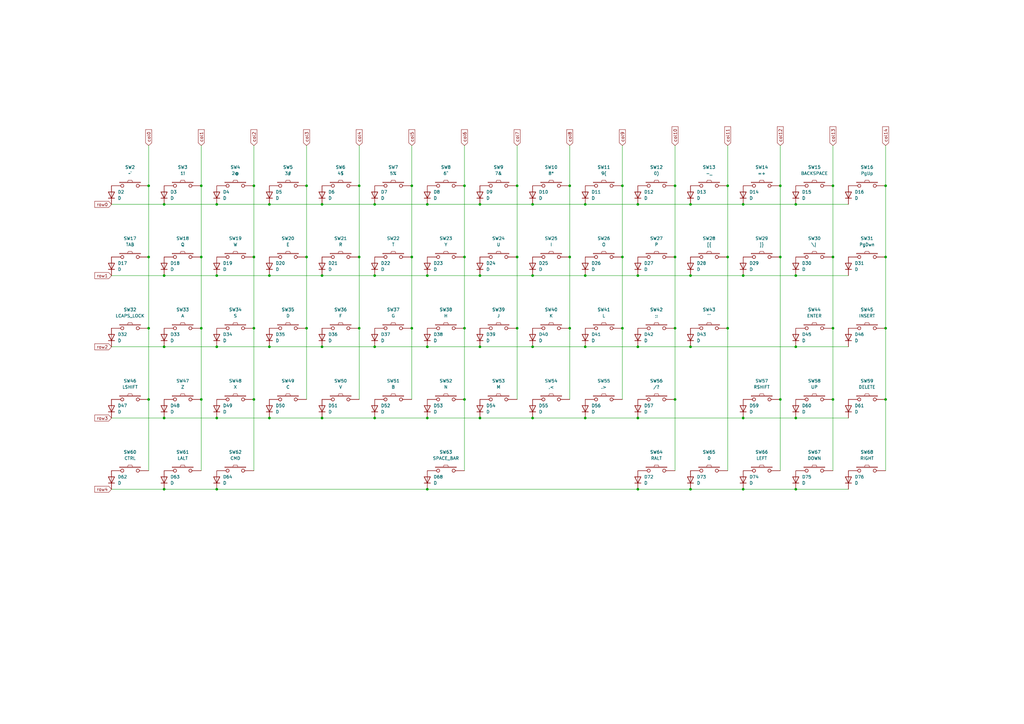
<source format=kicad_sch>
(kicad_sch (version 20250114) (generator "eeschema") (generator_version "9.0")
  (paper "A3")
  (lib_symbols
    (symbol "Device:D" (pin_numbers (hide yes)) (pin_names (offset 1.016) (hide yes))
      (property "Reference" "D" (at 0 2.54 0))
      (property "Value" "D" (at 0 -2.54 0))
      (symbol "D_1_1"
        (pin passive line (at -3.81 0 0) (length 2.54) (name "K") (number "1"))
        (pin passive line (at 3.81 0 180) (length 2.54) (name "A") (number "2"))
      )
    )
    (symbol "keyboard_parts:SW_PUSH" (pin_numbers (hide yes)) (pin_names (offset 1.016) (hide yes))
      (property "Reference" "SW" (at 3.81 2.794 0))
      (property "Value" "SW_PUSH" (at 0 -2.032 0))
      (symbol "SW_PUSH_0_1"
        (pin passive inverted (at -7.62 0 0) (length 5.08) (name "1") (number "1"))
        (pin passive inverted (at 7.62 0 180) (length 5.08) (name "2") (number "2"))
      )
    )
  )
  (junction (at 175.26 171.45))
  (junction (at 341.63 163.83))
  (junction (at 132.08 171.45))
  (junction (at 82.55 76.2))
  (junction (at 153.67 83.82))
  (junction (at 255.27 76.2))
  (junction (at 147.32 134.62))
  (junction (at 132.08 113.03))
  (junction (at 67.31 200.66))
  (junction (at 326.39 171.45))
  (junction (at 125.73 134.62))
  (junction (at 196.85 171.45))
  (junction (at 190.5 163.83))
  (junction (at 298.45 105.41))
  (junction (at 363.22 105.41))
  (junction (at 147.32 76.2))
  (junction (at 190.5 134.62))
  (junction (at 168.91 105.41))
  (junction (at 196.85 83.82))
  (junction (at 67.31 142.24))
  (junction (at 233.68 134.62))
  (junction (at 153.67 113.03))
  (junction (at 175.26 113.03))
  (junction (at 212.09 105.41))
  (junction (at 196.85 113.03))
  (junction (at 261.62 142.24))
  (junction (at 276.86 163.83))
  (junction (at 88.9 83.82))
  (junction (at 132.08 83.82))
  (junction (at 218.44 83.82))
  (junction (at 60.96 163.83))
  (junction (at 240.03 142.24))
  (junction (at 104.14 76.2))
  (junction (at 363.22 163.83))
  (junction (at 104.14 134.62))
  (junction (at 67.31 171.45))
  (junction (at 283.21 113.03))
  (junction (at 60.96 76.2))
  (junction (at 218.44 171.45))
  (junction (at 104.14 163.83))
  (junction (at 153.67 142.24))
  (junction (at 168.91 134.62))
  (junction (at 261.62 83.82))
  (junction (at 88.9 142.24))
  (junction (at 125.73 76.2))
  (junction (at 304.8 83.82))
  (junction (at 168.91 76.2))
  (junction (at 147.32 105.41))
  (junction (at 320.04 76.2))
  (junction (at 363.22 134.62))
  (junction (at 304.8 200.66))
  (junction (at 212.09 76.2))
  (junction (at 283.21 83.82))
  (junction (at 255.27 105.41))
  (junction (at 276.86 134.62))
  (junction (at 190.5 76.2))
  (junction (at 320.04 105.41))
  (junction (at 110.49 142.24))
  (junction (at 82.55 163.83))
  (junction (at 175.26 83.82))
  (junction (at 326.39 142.24))
  (junction (at 125.73 105.41))
  (junction (at 320.04 163.83))
  (junction (at 341.63 76.2))
  (junction (at 175.26 200.66))
  (junction (at 132.08 142.24))
  (junction (at 104.14 105.41))
  (junction (at 261.62 171.45))
  (junction (at 88.9 113.03))
  (junction (at 67.31 113.03))
  (junction (at 326.39 200.66))
  (junction (at 60.96 105.41))
  (junction (at 261.62 200.66))
  (junction (at 341.63 134.62))
  (junction (at 298.45 134.62))
  (junction (at 240.03 171.45))
  (junction (at 240.03 113.03))
  (junction (at 276.86 105.41))
  (junction (at 88.9 200.66))
  (junction (at 212.09 134.62))
  (junction (at 255.27 134.62))
  (junction (at 175.26 142.24))
  (junction (at 218.44 113.03))
  (junction (at 233.68 76.2))
  (junction (at 110.49 83.82))
  (junction (at 326.39 83.82))
  (junction (at 283.21 142.24))
  (junction (at 153.67 171.45))
  (junction (at 82.55 105.41))
  (junction (at 283.21 200.66))
  (junction (at 233.68 105.41))
  (junction (at 196.85 142.24))
  (junction (at 298.45 76.2))
  (junction (at 67.31 83.82))
  (junction (at 304.8 171.45))
  (junction (at 190.5 105.41))
  (junction (at 304.8 113.03))
  (junction (at 218.44 142.24))
  (junction (at 110.49 171.45))
  (junction (at 326.39 113.03))
  (junction (at 88.9 171.45))
  (junction (at 276.86 76.2))
  (junction (at 240.03 83.82))
  (junction (at 261.62 113.03))
  (junction (at 82.55 134.62))
  (junction (at 341.63 105.41))
  (junction (at 60.96 134.62))
  (junction (at 363.22 76.2))
  (junction (at 110.49 113.03))
  (wire (pts (xy 283.21 200.66) (xy 304.8 200.66)))
  (wire (pts (xy 261.62 200.66) (xy 283.21 200.66)))
  (wire (pts (xy 104.14 76.2) (xy 104.14 105.41)))
  (wire (pts (xy 261.62 83.82) (xy 283.21 83.82)))
  (wire (pts (xy 60.96 105.41) (xy 60.96 134.62)))
  (wire (pts (xy 320.04 163.83) (xy 320.04 193.04)))
  (wire (pts (xy 304.8 171.45) (xy 326.39 171.45)))
  (wire (pts (xy 190.5 76.2) (xy 190.5 105.41)))
  (wire (pts (xy 240.03 83.82) (xy 261.62 83.82)))
  (wire (pts (xy 125.73 134.62) (xy 125.73 163.83)))
  (wire (pts (xy 104.14 59.69) (xy 104.14 76.2)))
  (wire (pts (xy 304.8 200.66) (xy 326.39 200.66)))
  (wire (pts (xy 125.73 59.69) (xy 125.73 76.2)))
  (wire (pts (xy 255.27 59.69) (xy 255.27 76.2)))
  (wire (pts (xy 88.9 171.45) (xy 110.49 171.45)))
  (wire (pts (xy 298.45 105.41) (xy 298.45 134.62)))
  (wire (pts (xy 363.22 105.41) (xy 363.22 134.62)))
  (wire (pts (xy 190.5 134.62) (xy 190.5 163.83)))
  (wire (pts (xy 45.72 142.24) (xy 67.31 142.24)))
  (wire (pts (xy 67.31 83.82) (xy 88.9 83.82)))
  (wire (pts (xy 190.5 105.41) (xy 190.5 134.62)))
  (wire (pts (xy 104.14 134.62) (xy 104.14 163.83)))
  (wire (pts (xy 283.21 83.82) (xy 304.8 83.82)))
  (wire (pts (xy 125.73 76.2) (xy 125.73 105.41)))
  (wire (pts (xy 255.27 134.62) (xy 255.27 163.83)))
  (wire (pts (xy 67.31 113.03) (xy 88.9 113.03)))
  (wire (pts (xy 168.91 76.2) (xy 168.91 105.41)))
  (wire (pts (xy 326.39 113.03) (xy 347.98 113.03)))
  (wire (pts (xy 341.63 134.62) (xy 341.63 163.83)))
  (wire (pts (xy 320.04 59.69) (xy 320.04 76.2)))
  (wire (pts (xy 233.68 134.62) (xy 233.68 163.83)))
  (wire (pts (xy 304.8 83.82) (xy 326.39 83.82)))
  (wire (pts (xy 153.67 142.24) (xy 175.26 142.24)))
  (wire (pts (xy 212.09 134.62) (xy 212.09 163.83)))
  (wire (pts (xy 88.9 142.24) (xy 110.49 142.24)))
  (wire (pts (xy 363.22 59.69) (xy 363.22 76.2)))
  (wire (pts (xy 363.22 163.83) (xy 363.22 193.04)))
  (wire (pts (xy 196.85 83.82) (xy 218.44 83.82)))
  (wire (pts (xy 45.72 200.66) (xy 67.31 200.66)))
  (wire (pts (xy 276.86 163.83) (xy 276.86 193.04)))
  (wire (pts (xy 60.96 134.62) (xy 60.96 163.83)))
  (wire (pts (xy 326.39 142.24) (xy 347.98 142.24)))
  (wire (pts (xy 125.73 105.41) (xy 125.73 134.62)))
  (wire (pts (xy 218.44 142.24) (xy 240.03 142.24)))
  (wire (pts (xy 255.27 105.41) (xy 255.27 134.62)))
  (wire (pts (xy 45.72 113.03) (xy 67.31 113.03)))
  (wire (pts (xy 190.5 59.69) (xy 190.5 76.2)))
  (wire (pts (xy 218.44 171.45) (xy 240.03 171.45)))
  (wire (pts (xy 110.49 171.45) (xy 132.08 171.45)))
  (wire (pts (xy 147.32 134.62) (xy 147.32 163.83)))
  (wire (pts (xy 196.85 113.03) (xy 218.44 113.03)))
  (wire (pts (xy 320.04 76.2) (xy 320.04 105.41)))
  (wire (pts (xy 261.62 142.24) (xy 283.21 142.24)))
  (wire (pts (xy 175.26 171.45) (xy 196.85 171.45)))
  (wire (pts (xy 132.08 142.24) (xy 153.67 142.24)))
  (wire (pts (xy 283.21 142.24) (xy 326.39 142.24)))
  (wire (pts (xy 341.63 163.83) (xy 341.63 193.04)))
  (wire (pts (xy 341.63 76.2) (xy 341.63 105.41)))
  (wire (pts (xy 212.09 76.2) (xy 212.09 105.41)))
  (wire (pts (xy 45.72 171.45) (xy 67.31 171.45)))
  (wire (pts (xy 326.39 171.45) (xy 347.98 171.45)))
  (wire (pts (xy 298.45 76.2) (xy 298.45 105.41)))
  (wire (pts (xy 320.04 105.41) (xy 320.04 163.83)))
  (wire (pts (xy 88.9 200.66) (xy 175.26 200.66)))
  (wire (pts (xy 168.91 59.69) (xy 168.91 76.2)))
  (wire (pts (xy 276.86 59.69) (xy 276.86 76.2)))
  (wire (pts (xy 298.45 59.69) (xy 298.45 76.2)))
  (wire (pts (xy 67.31 142.24) (xy 88.9 142.24)))
  (wire (pts (xy 212.09 105.41) (xy 212.09 134.62)))
  (wire (pts (xy 233.68 59.69) (xy 233.68 76.2)))
  (wire (pts (xy 153.67 171.45) (xy 175.26 171.45)))
  (wire (pts (xy 240.03 142.24) (xy 261.62 142.24)))
  (wire (pts (xy 82.55 59.69) (xy 82.55 76.2)))
  (wire (pts (xy 82.55 134.62) (xy 82.55 163.83)))
  (wire (pts (xy 67.31 171.45) (xy 88.9 171.45)))
  (wire (pts (xy 168.91 134.62) (xy 168.91 163.83)))
  (wire (pts (xy 233.68 105.41) (xy 233.68 134.62)))
  (wire (pts (xy 82.55 163.83) (xy 82.55 193.04)))
  (wire (pts (xy 276.86 134.62) (xy 276.86 163.83)))
  (wire (pts (xy 88.9 113.03) (xy 110.49 113.03)))
  (wire (pts (xy 276.86 76.2) (xy 276.86 105.41)))
  (wire (pts (xy 104.14 163.83) (xy 104.14 193.04)))
  (wire (pts (xy 132.08 83.82) (xy 153.67 83.82)))
  (wire (pts (xy 261.62 113.03) (xy 283.21 113.03)))
  (wire (pts (xy 218.44 83.82) (xy 240.03 83.82)))
  (wire (pts (xy 218.44 113.03) (xy 240.03 113.03)))
  (wire (pts (xy 363.22 134.62) (xy 363.22 163.83)))
  (wire (pts (xy 298.45 134.62) (xy 298.45 193.04)))
  (wire (pts (xy 82.55 105.41) (xy 82.55 134.62)))
  (wire (pts (xy 45.72 83.82) (xy 67.31 83.82)))
  (wire (pts (xy 88.9 83.82) (xy 110.49 83.82)))
  (wire (pts (xy 304.8 113.03) (xy 326.39 113.03)))
  (wire (pts (xy 261.62 171.45) (xy 304.8 171.45)))
  (wire (pts (xy 60.96 76.2) (xy 60.96 105.41)))
  (wire (pts (xy 363.22 76.2) (xy 363.22 105.41)))
  (wire (pts (xy 168.91 105.41) (xy 168.91 134.62)))
  (wire (pts (xy 196.85 171.45) (xy 218.44 171.45)))
  (wire (pts (xy 212.09 59.69) (xy 212.09 76.2)))
  (wire (pts (xy 67.31 200.66) (xy 88.9 200.66)))
  (wire (pts (xy 240.03 171.45) (xy 261.62 171.45)))
  (wire (pts (xy 341.63 105.41) (xy 341.63 134.62)))
  (wire (pts (xy 110.49 83.82) (xy 132.08 83.82)))
  (wire (pts (xy 175.26 142.24) (xy 196.85 142.24)))
  (wire (pts (xy 283.21 113.03) (xy 304.8 113.03)))
  (wire (pts (xy 110.49 113.03) (xy 132.08 113.03)))
  (wire (pts (xy 190.5 163.83) (xy 190.5 193.04)))
  (wire (pts (xy 82.55 76.2) (xy 82.55 105.41)))
  (wire (pts (xy 240.03 113.03) (xy 261.62 113.03)))
  (wire (pts (xy 233.68 76.2) (xy 233.68 105.41)))
  (wire (pts (xy 132.08 113.03) (xy 153.67 113.03)))
  (wire (pts (xy 326.39 200.66) (xy 347.98 200.66)))
  (wire (pts (xy 326.39 83.82) (xy 347.98 83.82)))
  (wire (pts (xy 153.67 83.82) (xy 175.26 83.82)))
  (wire (pts (xy 147.32 76.2) (xy 147.32 105.41)))
  (wire (pts (xy 175.26 113.03) (xy 196.85 113.03)))
  (wire (pts (xy 60.96 59.69) (xy 60.96 76.2)))
  (wire (pts (xy 255.27 76.2) (xy 255.27 105.41)))
  (wire (pts (xy 175.26 83.82) (xy 196.85 83.82)))
  (wire (pts (xy 341.63 59.69) (xy 341.63 76.2)))
  (wire (pts (xy 153.67 113.03) (xy 175.26 113.03)))
  (wire (pts (xy 60.96 163.83) (xy 60.96 193.04)))
  (wire (pts (xy 276.86 105.41) (xy 276.86 134.62)))
  (wire (pts (xy 110.49 142.24) (xy 132.08 142.24)))
  (wire (pts (xy 104.14 105.41) (xy 104.14 134.62)))
  (wire (pts (xy 196.85 142.24) (xy 218.44 142.24)))
  (wire (pts (xy 147.32 59.69) (xy 147.32 76.2)))
  (wire (pts (xy 175.26 200.66) (xy 261.62 200.66)))
  (wire (pts (xy 132.08 171.45) (xy 153.67 171.45)))
  (wire (pts (xy 147.32 105.41) (xy 147.32 134.62)))
  (global_label "col10" (shape input) (at 276.86 59.69 90) (property "Intersheetrefs" "${INTERSHEET_REFS}" (effects (hide yes))))
  (global_label "row0" (shape input) (at 45.72 83.82 180) (property "Intersheetrefs" "${INTERSHEET_REFS}" (effects (hide yes))))
  (global_label "col3" (shape input) (at 125.73 59.69 90) (property "Intersheetrefs" "${INTERSHEET_REFS}" (effects (hide yes))))
  (global_label "col4" (shape input) (at 147.32 59.69 90) (property "Intersheetrefs" "${INTERSHEET_REFS}" (effects (hide yes))))
  (global_label "col6" (shape input) (at 190.5 59.69 90) (property "Intersheetrefs" "${INTERSHEET_REFS}" (effects (hide yes))))
  (global_label "row2" (shape input) (at 45.72 142.24 180) (property "Intersheetrefs" "${INTERSHEET_REFS}" (effects (hide yes))))
  (global_label "col11" (shape input) (at 298.45 59.69 90) (property "Intersheetrefs" "${INTERSHEET_REFS}" (effects (hide yes))))
  (global_label "col9" (shape input) (at 255.27 59.69 90) (property "Intersheetrefs" "${INTERSHEET_REFS}" (effects (hide yes))))
  (global_label "row4" (shape input) (at 45.72 200.66 180) (property "Intersheetrefs" "${INTERSHEET_REFS}" (effects (hide yes))))
  (global_label "row1" (shape input) (at 45.72 113.03 180) (property "Intersheetrefs" "${INTERSHEET_REFS}" (effects (hide yes))))
  (global_label "col14" (shape input) (at 363.22 59.69 90) (property "Intersheetrefs" "${INTERSHEET_REFS}" (effects (hide yes))))
  (global_label "row3" (shape input) (at 45.72 171.45 180) (property "Intersheetrefs" "${INTERSHEET_REFS}" (effects (hide yes))))
  (global_label "col0" (shape input) (at 60.96 59.69 90) (property "Intersheetrefs" "${INTERSHEET_REFS}" (effects (hide yes))))
  (global_label "col12" (shape input) (at 320.04 59.69 90) (property "Intersheetrefs" "${INTERSHEET_REFS}" (effects (hide yes))))
  (global_label "col13" (shape input) (at 341.63 59.69 90) (property "Intersheetrefs" "${INTERSHEET_REFS}" (effects (hide yes))))
  (global_label "col8" (shape input) (at 233.68 59.69 90) (property "Intersheetrefs" "${INTERSHEET_REFS}" (effects (hide yes))))
  (global_label "col5" (shape input) (at 168.91 59.69 90) (property "Intersheetrefs" "${INTERSHEET_REFS}" (effects (hide yes))))
  (global_label "col2" (shape input) (at 104.14 59.69 90) (property "Intersheetrefs" "${INTERSHEET_REFS}" (effects (hide yes))))
  (global_label "col1" (shape input) (at 82.55 59.69 90) (property "Intersheetrefs" "${INTERSHEET_REFS}" (effects (hide yes))))
  (global_label "col7" (shape input) (at 212.09 59.69 90) (property "Intersheetrefs" "${INTERSHEET_REFS}" (effects (hide yes))))
  (symbol (lib_id "keyboard_parts:SW_PUSH") (at 182.88 134.62 0) (unit 1)
    (property "Reference" "SW38" (at 182.88 127 0))
    (property "Value" "H" (at 182.88 129.54 0))
    (property "Footprint" "MX_Hotswap:MX-Hotswap-1U" (effects (hide yes)))
  )
  (symbol (lib_id "keyboard_parts:SW_PUSH") (at 182.88 193.04 0) (unit 1)
    (property "Reference" "SW63" (at 182.88 185.42 0))
    (property "Value" "SPACE_BAR" (at 182.88 187.96 0))
    (property "Footprint" "MX_Hotswap:MX-Hotswap-6.25U" (effects (hide yes)))
  )
  (symbol (lib_id "Device:D") (at 67.31 138.43 90) (unit 1)
    (property "Reference" "D33" (at 69.85 137.1599 90) (effects (justify right)))
    (property "Value" "D" (at 69.85 139.6999 90) (effects (justify right)))
    (property "Footprint" "Diode_SMD:D_SOD-123" (effects (hide yes)))
    (property "Description" "Diode" (effects (hide yes)))
    (property "Sim.Device" "D" (effects (hide yes)))
    (property "Sim.Pins" "1=K 2=A" (effects (hide yes)))
  )
  (symbol (lib_id "Device:D") (at 304.8 196.85 90) (unit 1)
    (property "Reference" "D74" (at 307.34 195.5799 90) (effects (justify right)))
    (property "Value" "D" (at 307.34 198.1199 90) (effects (justify right)))
    (property "Footprint" "Diode_SMD:D_SOD-123" (effects (hide yes)))
    (property "Description" "Diode" (effects (hide yes)))
    (property "Sim.Device" "D" (effects (hide yes)))
    (property "Sim.Pins" "1=K 2=A" (effects (hide yes)))
  )
  (symbol (lib_id "Device:D") (at 132.08 109.22 90) (unit 1)
    (property "Reference" "D21" (at 134.62 107.9499 90) (effects (justify right)))
    (property "Value" "D" (at 134.62 110.4899 90) (effects (justify right)))
    (property "Footprint" "Diode_SMD:D_SOD-123" (effects (hide yes)))
    (property "Description" "Diode" (effects (hide yes)))
    (property "Sim.Device" "D" (effects (hide yes)))
    (property "Sim.Pins" "1=K 2=A" (effects (hide yes)))
  )
  (symbol (lib_id "keyboard_parts:SW_PUSH") (at 312.42 163.83 0) (unit 1)
    (property "Reference" "SW57" (at 312.42 156.21 0))
    (property "Value" "RSHIFT" (at 312.42 158.75 0))
    (property "Footprint" "MX_Hotswap:MX-Hotswap-1.75U" (effects (hide yes)))
  )
  (symbol (lib_id "Device:D") (at 45.72 80.01 90) (unit 1)
    (property "Reference" "D2" (at 48.26 78.7399 90) (effects (justify right)))
    (property "Value" "D" (at 48.26 81.2799 90) (effects (justify right)))
    (property "Footprint" "Diode_SMD:D_SOD-123" (effects (hide yes)))
    (property "Description" "Diode" (effects (hide yes)))
    (property "Sim.Device" "D" (effects (hide yes)))
    (property "Sim.Pins" "1=K 2=A" (effects (hide yes)))
  )
  (symbol (lib_id "Device:D") (at 45.72 138.43 90) (unit 1)
    (property "Reference" "D32" (at 48.26 137.1599 90) (effects (justify right)))
    (property "Value" "D" (at 48.26 139.6999 90) (effects (justify right)))
    (property "Footprint" "Diode_SMD:D_SOD-123" (effects (hide yes)))
    (property "Description" "Diode" (effects (hide yes)))
    (property "Sim.Device" "D" (effects (hide yes)))
    (property "Sim.Pins" "1=K 2=A" (effects (hide yes)))
  )
  (symbol (lib_id "keyboard_parts:SW_PUSH") (at 334.01 105.41 0) (unit 1)
    (property "Reference" "SW30" (at 334.01 97.79 0))
    (property "Value" "\\|" (at 334.01 100.33 0))
    (property "Footprint" "MX_Hotswap:MX-Hotswap-1.5U" (effects (hide yes)))
  )
  (symbol (lib_id "Device:D") (at 132.08 167.64 90) (unit 1)
    (property "Reference" "D51" (at 134.62 166.3699 90) (effects (justify right)))
    (property "Value" "D" (at 134.62 168.9099 90) (effects (justify right)))
    (property "Footprint" "Diode_SMD:D_SOD-123" (effects (hide yes)))
    (property "Description" "Diode" (effects (hide yes)))
    (property "Sim.Device" "D" (effects (hide yes)))
    (property "Sim.Pins" "1=K 2=A" (effects (hide yes)))
  )
  (symbol (lib_id "Device:D") (at 175.26 109.22 90) (unit 1)
    (property "Reference" "D23" (at 177.8 107.9499 90) (effects (justify right)))
    (property "Value" "D" (at 177.8 110.4899 90) (effects (justify right)))
    (property "Footprint" "Diode_SMD:D_SOD-123" (effects (hide yes)))
    (property "Description" "Diode" (effects (hide yes)))
    (property "Sim.Device" "D" (effects (hide yes)))
    (property "Sim.Pins" "1=K 2=A" (effects (hide yes)))
  )
  (symbol (lib_id "Device:D") (at 283.21 196.85 90) (unit 1)
    (property "Reference" "D73" (at 285.75 195.5799 90) (effects (justify right)))
    (property "Value" "D" (at 285.75 198.1199 90) (effects (justify right)))
    (property "Footprint" "Diode_SMD:D_SOD-123" (effects (hide yes)))
    (property "Description" "Diode" (effects (hide yes)))
    (property "Sim.Device" "D" (effects (hide yes)))
    (property "Sim.Pins" "1=K 2=A" (effects (hide yes)))
  )
  (symbol (lib_id "keyboard_parts:SW_PUSH") (at 312.42 193.04 0) (unit 1)
    (property "Reference" "SW66" (at 312.42 185.42 0))
    (property "Value" "LEFT" (at 312.42 187.96 0))
    (property "Footprint" "MX_Hotswap:MX-Hotswap-1U" (effects (hide yes)))
  )
  (symbol (lib_id "keyboard_parts:SW_PUSH") (at 269.24 193.04 0) (unit 1)
    (property "Reference" "SW64" (at 269.24 185.42 0))
    (property "Value" "RALT" (at 269.24 187.96 0))
    (property "Footprint" "MX_Hotswap:MX-Hotswap-1.25U" (effects (hide yes)))
  )
  (symbol (lib_id "keyboard_parts:SW_PUSH") (at 334.01 76.2 0) (unit 1)
    (property "Reference" "SW15" (at 334.01 68.58 0))
    (property "Value" "BACKSPACE" (at 334.01 71.12 0))
    (property "Footprint" "MX_Hotswap:MX-Hotswap-2U" (effects (hide yes)))
  )
  (symbol (lib_id "Device:D") (at 283.21 109.22 90) (unit 1)
    (property "Reference" "D28" (at 285.75 107.9499 90) (effects (justify right)))
    (property "Value" "D" (at 285.75 110.4899 90) (effects (justify right)))
    (property "Footprint" "Diode_SMD:D_SOD-123" (effects (hide yes)))
    (property "Description" "Diode" (effects (hide yes)))
    (property "Sim.Device" "D" (effects (hide yes)))
    (property "Sim.Pins" "1=K 2=A" (effects (hide yes)))
  )
  (symbol (lib_id "keyboard_parts:SW_PUSH") (at 355.6 105.41 0) (unit 1)
    (property "Reference" "SW31" (at 355.6 97.79 0))
    (property "Value" "PgDwn" (at 355.6 100.33 0))
    (property "Footprint" "MX_Hotswap:MX-Hotswap-1U" (effects (hide yes)))
  )
  (symbol (lib_id "keyboard_parts:SW_PUSH") (at 204.47 105.41 0) (unit 1)
    (property "Reference" "SW24" (at 204.47 97.79 0))
    (property "Value" "U" (at 204.47 100.33 0))
    (property "Footprint" "MX_Hotswap:MX-Hotswap-1U" (effects (hide yes)))
  )
  (symbol (lib_id "keyboard_parts:SW_PUSH") (at 226.06 163.83 0) (unit 1)
    (property "Reference" "SW54" (at 226.06 156.21 0))
    (property "Value" ",<" (at 226.06 158.75 0))
    (property "Footprint" "MX_Hotswap:MX-Hotswap-1U" (effects (hide yes)))
  )
  (symbol (lib_id "Device:D") (at 132.08 80.01 90) (unit 1)
    (property "Reference" "D6" (at 134.62 78.7399 90) (effects (justify right)))
    (property "Value" "D" (at 134.62 81.2799 90) (effects (justify right)))
    (property "Footprint" "Diode_SMD:D_SOD-123" (effects (hide yes)))
    (property "Description" "Diode" (effects (hide yes)))
    (property "Sim.Device" "D" (effects (hide yes)))
    (property "Sim.Pins" "1=K 2=A" (effects (hide yes)))
  )
  (symbol (lib_id "Device:D") (at 132.08 138.43 90) (unit 1)
    (property "Reference" "D36" (at 134.62 137.1599 90) (effects (justify right)))
    (property "Value" "D" (at 134.62 139.6999 90) (effects (justify right)))
    (property "Footprint" "Diode_SMD:D_SOD-123" (effects (hide yes)))
    (property "Description" "Diode" (effects (hide yes)))
    (property "Sim.Device" "D" (effects (hide yes)))
    (property "Sim.Pins" "1=K 2=A" (effects (hide yes)))
  )
  (symbol (lib_id "Device:D") (at 304.8 167.64 90) (unit 1)
    (property "Reference" "D59" (at 307.34 166.3699 90) (effects (justify right)))
    (property "Value" "D" (at 307.34 168.9099 90) (effects (justify right)))
    (property "Footprint" "Diode_SMD:D_SOD-123" (effects (hide yes)))
    (property "Description" "Diode" (effects (hide yes)))
    (property "Sim.Device" "D" (effects (hide yes)))
    (property "Sim.Pins" "1=K 2=A" (effects (hide yes)))
  )
  (symbol (lib_id "keyboard_parts:SW_PUSH") (at 355.6 134.62 0) (unit 1)
    (property "Reference" "SW45" (at 355.6 127 0))
    (property "Value" "INSERT" (at 355.6 129.54 0))
    (property "Footprint" "MX_Hotswap:MX-Hotswap-1U" (effects (hide yes)))
  )
  (symbol (lib_id "keyboard_parts:SW_PUSH") (at 226.06 134.62 0) (unit 1)
    (property "Reference" "SW40" (at 226.06 127 0))
    (property "Value" "K" (at 226.06 129.54 0))
    (property "Footprint" "MX_Hotswap:MX-Hotswap-1U" (effects (hide yes)))
  )
  (symbol (lib_id "Device:D") (at 326.39 80.01 90) (unit 1)
    (property "Reference" "D15" (at 328.93 78.7399 90) (effects (justify right)))
    (property "Value" "D" (at 328.93 81.2799 90) (effects (justify right)))
    (property "Footprint" "Diode_SMD:D_SOD-123" (effects (hide yes)))
    (property "Description" "Diode" (effects (hide yes)))
    (property "Sim.Device" "D" (effects (hide yes)))
    (property "Sim.Pins" "1=K 2=A" (effects (hide yes)))
  )
  (symbol (lib_id "keyboard_parts:SW_PUSH") (at 290.83 105.41 0) (unit 1)
    (property "Reference" "SW28" (at 290.83 97.79 0))
    (property "Value" "[{" (at 290.83 100.33 0))
    (property "Footprint" "MX_Hotswap:MX-Hotswap-1U" (effects (hide yes)))
  )
  (symbol (lib_id "Device:D") (at 218.44 80.01 90) (unit 1)
    (property "Reference" "D10" (at 220.98 78.7399 90) (effects (justify right)))
    (property "Value" "D" (at 220.98 81.2799 90) (effects (justify right)))
    (property "Footprint" "Diode_SMD:D_SOD-123" (effects (hide yes)))
    (property "Description" "Diode" (effects (hide yes)))
    (property "Sim.Device" "D" (effects (hide yes)))
    (property "Sim.Pins" "1=K 2=A" (effects (hide yes)))
  )
  (symbol (lib_id "Device:D") (at 261.62 80.01 90) (unit 1)
    (property "Reference" "D12" (at 264.16 78.7399 90) (effects (justify right)))
    (property "Value" "D" (at 264.16 81.2799 90) (effects (justify right)))
    (property "Footprint" "Diode_SMD:D_SOD-123" (effects (hide yes)))
    (property "Description" "Diode" (effects (hide yes)))
    (property "Sim.Device" "D" (effects (hide yes)))
    (property "Sim.Pins" "1=K 2=A" (effects (hide yes)))
  )
  (symbol (lib_id "keyboard_parts:SW_PUSH") (at 53.34 76.2 0) (unit 1)
    (property "Reference" "SW2" (at 53.34 68.58 0))
    (property "Value" "~`" (at 53.34 71.12 0))
    (property "Footprint" "MX_Hotswap:MX-Hotswap-1U" (effects (hide yes)))
  )
  (symbol (lib_id "keyboard_parts:SW_PUSH") (at 182.88 105.41 0) (unit 1)
    (property "Reference" "SW23" (at 182.88 97.79 0))
    (property "Value" "Y" (at 182.88 100.33 0))
    (property "Footprint" "MX_Hotswap:MX-Hotswap-1U" (effects (hide yes)))
  )
  (symbol (lib_id "keyboard_parts:SW_PUSH") (at 247.65 76.2 0) (unit 1)
    (property "Reference" "SW11" (at 247.65 68.58 0))
    (property "Value" "9(" (at 247.65 71.12 0))
    (property "Footprint" "MX_Hotswap:MX-Hotswap-1U" (effects (hide yes)))
  )
  (symbol (lib_id "keyboard_parts:SW_PUSH") (at 74.93 193.04 0) (unit 1)
    (property "Reference" "SW61" (at 74.93 185.42 0))
    (property "Value" "LALT" (at 74.93 187.96 0))
    (property "Footprint" "MX_Hotswap:MX-Hotswap-1.25U" (effects (hide yes)))
  )
  (symbol (lib_id "keyboard_parts:SW_PUSH") (at 355.6 163.83 0) (unit 1)
    (property "Reference" "SW59" (at 355.6 156.21 0))
    (property "Value" "DELETE" (at 355.6 158.75 0))
    (property "Footprint" "MX_Hotswap:MX-Hotswap-1U" (effects (hide yes)))
  )
  (symbol (lib_id "Device:D") (at 240.03 138.43 90) (unit 1)
    (property "Reference" "D41" (at 242.57 137.1599 90) (effects (justify right)))
    (property "Value" "D" (at 242.57 139.6999 90) (effects (justify right)))
    (property "Footprint" "Diode_SMD:D_SOD-123" (effects (hide yes)))
    (property "Description" "Diode" (effects (hide yes)))
    (property "Sim.Device" "D" (effects (hide yes)))
    (property "Sim.Pins" "1=K 2=A" (effects (hide yes)))
  )
  (symbol (lib_id "keyboard_parts:SW_PUSH") (at 247.65 134.62 0) (unit 1)
    (property "Reference" "SW41" (at 247.65 127 0))
    (property "Value" "L" (at 247.65 129.54 0))
    (property "Footprint" "MX_Hotswap:MX-Hotswap-1U" (effects (hide yes)))
  )
  (symbol (lib_id "keyboard_parts:SW_PUSH") (at 161.29 134.62 0) (unit 1)
    (property "Reference" "SW37" (at 161.29 127 0))
    (property "Value" "G" (at 161.29 129.54 0))
    (property "Footprint" "MX_Hotswap:MX-Hotswap-1U" (effects (hide yes)))
  )
  (symbol (lib_id "keyboard_parts:SW_PUSH") (at 226.06 76.2 0) (unit 1)
    (property "Reference" "SW10" (at 226.06 68.58 0))
    (property "Value" "8*" (at 226.06 71.12 0))
    (property "Footprint" "MX_Hotswap:MX-Hotswap-1U" (effects (hide yes)))
  )
  (symbol (lib_id "keyboard_parts:SW_PUSH") (at 118.11 134.62 0) (unit 1)
    (property "Reference" "SW35" (at 118.11 127 0))
    (property "Value" "D" (at 118.11 129.54 0))
    (property "Footprint" "MX_Hotswap:MX-Hotswap-1U" (effects (hide yes)))
  )
  (symbol (lib_id "keyboard_parts:SW_PUSH") (at 118.11 163.83 0) (unit 1)
    (property "Reference" "SW49" (at 118.11 156.21 0))
    (property "Value" "C" (at 118.11 158.75 0))
    (property "Footprint" "MX_Hotswap:MX-Hotswap-1U" (effects (hide yes)))
  )
  (symbol (lib_id "Device:D") (at 67.31 109.22 90) (unit 1)
    (property "Reference" "D18" (at 69.85 107.9499 90) (effects (justify right)))
    (property "Value" "D" (at 69.85 110.4899 90) (effects (justify right)))
    (property "Footprint" "Diode_SMD:D_SOD-123" (effects (hide yes)))
    (property "Description" "Diode" (effects (hide yes)))
    (property "Sim.Device" "D" (effects (hide yes)))
    (property "Sim.Pins" "1=K 2=A" (effects (hide yes)))
  )
  (symbol (lib_id "keyboard_parts:SW_PUSH") (at 312.42 76.2 0) (unit 1)
    (property "Reference" "SW14" (at 312.42 68.58 0))
    (property "Value" "=+" (at 312.42 71.12 0))
    (property "Footprint" "MX_Hotswap:MX-Hotswap-1U" (effects (hide yes)))
  )
  (symbol (lib_id "keyboard_parts:SW_PUSH") (at 247.65 163.83 0) (unit 1)
    (property "Reference" "SW55" (at 247.65 156.21 0))
    (property "Value" ".>" (at 247.65 158.75 0))
    (property "Footprint" "MX_Hotswap:MX-Hotswap-1U" (effects (hide yes)))
  )
  (symbol (lib_id "Device:D") (at 283.21 80.01 90) (unit 1)
    (property "Reference" "D13" (at 285.75 78.7399 90) (effects (justify right)))
    (property "Value" "D" (at 285.75 81.2799 90) (effects (justify right)))
    (property "Footprint" "Diode_SMD:D_SOD-123" (effects (hide yes)))
    (property "Description" "Diode" (effects (hide yes)))
    (property "Sim.Device" "D" (effects (hide yes)))
    (property "Sim.Pins" "1=K 2=A" (effects (hide yes)))
  )
  (symbol (lib_id "keyboard_parts:SW_PUSH") (at 334.01 163.83 0) (unit 1)
    (property "Reference" "SW58" (at 334.01 156.21 0))
    (property "Value" "UP" (at 334.01 158.75 0))
    (property "Footprint" "MX_Hotswap:MX-Hotswap-1U" (effects (hide yes)))
  )
  (symbol (lib_id "keyboard_parts:SW_PUSH") (at 269.24 105.41 0) (unit 1)
    (property "Reference" "SW27" (at 269.24 97.79 0))
    (property "Value" "P" (at 269.24 100.33 0))
    (property "Footprint" "MX_Hotswap:MX-Hotswap-1U" (effects (hide yes)))
  )
  (symbol (lib_id "Device:D") (at 196.85 80.01 90) (unit 1)
    (property "Reference" "D9" (at 199.39 78.7399 90) (effects (justify right)))
    (property "Value" "D" (at 199.39 81.2799 90) (effects (justify right)))
    (property "Footprint" "Diode_SMD:D_SOD-123" (effects (hide yes)))
    (property "Description" "Diode" (effects (hide yes)))
    (property "Sim.Device" "D" (effects (hide yes)))
    (property "Sim.Pins" "1=K 2=A" (effects (hide yes)))
  )
  (symbol (lib_id "keyboard_parts:SW_PUSH") (at 53.34 134.62 0) (unit 1)
    (property "Reference" "SW32" (at 53.34 127 0))
    (property "Value" "LCAPS_LOCK" (at 53.34 129.54 0))
    (property "Footprint" "MX_Hotswap:MX-Hotswap-1.75U" (effects (hide yes)))
  )
  (symbol (lib_id "Device:D") (at 196.85 109.22 90) (unit 1)
    (property "Reference" "D24" (at 199.39 107.9499 90) (effects (justify right)))
    (property "Value" "D" (at 199.39 110.4899 90) (effects (justify right)))
    (property "Footprint" "Diode_SMD:D_SOD-123" (effects (hide yes)))
    (property "Description" "Diode" (effects (hide yes)))
    (property "Sim.Device" "D" (effects (hide yes)))
    (property "Sim.Pins" "1=K 2=A" (effects (hide yes)))
  )
  (symbol (lib_id "keyboard_parts:SW_PUSH") (at 53.34 163.83 0) (unit 1)
    (property "Reference" "SW46" (at 53.34 156.21 0))
    (property "Value" "LSHIFT" (at 53.34 158.75 0))
    (property "Footprint" "MX_Hotswap:MX-Hotswap-2.25U" (effects (hide yes)))
  )
  (symbol (lib_id "keyboard_parts:SW_PUSH") (at 118.11 105.41 0) (unit 1)
    (property "Reference" "SW20" (at 118.11 97.79 0))
    (property "Value" "E" (at 118.11 100.33 0))
    (property "Footprint" "MX_Hotswap:MX-Hotswap-1U" (effects (hide yes)))
  )
  (symbol (lib_id "Device:D") (at 175.26 80.01 90) (unit 1)
    (property "Reference" "D8" (at 177.8 78.7399 90) (effects (justify right)))
    (property "Value" "D" (at 177.8 81.2799 90) (effects (justify right)))
    (property "Footprint" "Diode_SMD:D_SOD-123" (effects (hide yes)))
    (property "Description" "Diode" (effects (hide yes)))
    (property "Sim.Device" "D" (effects (hide yes)))
    (property "Sim.Pins" "1=K 2=A" (effects (hide yes)))
  )
  (symbol (lib_id "keyboard_parts:SW_PUSH") (at 290.83 134.62 0) (unit 1)
    (property "Reference" "SW43" (at 290.83 127 0))
    (property "Value" "\"'" (at 290.83 129.54 0))
    (property "Footprint" "MX_Hotswap:MX-Hotswap-1U" (effects (hide yes)))
  )
  (symbol (lib_id "Device:D") (at 261.62 167.64 90) (unit 1)
    (property "Reference" "D57" (at 264.16 166.3699 90) (effects (justify right)))
    (property "Value" "D" (at 264.16 168.9099 90) (effects (justify right)))
    (property "Footprint" "Diode_SMD:D_SOD-123" (effects (hide yes)))
    (property "Description" "Diode" (effects (hide yes)))
    (property "Sim.Device" "D" (effects (hide yes)))
    (property "Sim.Pins" "1=K 2=A" (effects (hide yes)))
  )
  (symbol (lib_id "Device:D") (at 110.49 138.43 90) (unit 1)
    (property "Reference" "D35" (at 113.03 137.1599 90) (effects (justify right)))
    (property "Value" "D" (at 113.03 139.6999 90) (effects (justify right)))
    (property "Footprint" "Diode_SMD:D_SOD-123" (effects (hide yes)))
    (property "Description" "Diode" (effects (hide yes)))
    (property "Sim.Device" "D" (effects (hide yes)))
    (property "Sim.Pins" "1=K 2=A" (effects (hide yes)))
  )
  (symbol (lib_id "keyboard_parts:SW_PUSH") (at 204.47 163.83 0) (unit 1)
    (property "Reference" "SW53" (at 204.47 156.21 0))
    (property "Value" "M" (at 204.47 158.75 0))
    (property "Footprint" "MX_Hotswap:MX-Hotswap-1U" (effects (hide yes)))
  )
  (symbol (lib_id "Device:D") (at 261.62 109.22 90) (unit 1)
    (property "Reference" "D27" (at 264.16 107.9499 90) (effects (justify right)))
    (property "Value" "D" (at 264.16 110.4899 90) (effects (justify right)))
    (property "Footprint" "Diode_SMD:D_SOD-123" (effects (hide yes)))
    (property "Description" "Diode" (effects (hide yes)))
    (property "Sim.Device" "D" (effects (hide yes)))
    (property "Sim.Pins" "1=K 2=A" (effects (hide yes)))
  )
  (symbol (lib_id "Device:D") (at 110.49 80.01 90) (unit 1)
    (property "Reference" "D5" (at 113.03 78.7399 90) (effects (justify right)))
    (property "Value" "D" (at 113.03 81.2799 90) (effects (justify right)))
    (property "Footprint" "Diode_SMD:D_SOD-123" (effects (hide yes)))
    (property "Description" "Diode" (effects (hide yes)))
    (property "Sim.Device" "D" (effects (hide yes)))
    (property "Sim.Pins" "1=K 2=A" (effects (hide yes)))
  )
  (symbol (lib_id "keyboard_parts:SW_PUSH") (at 96.52 76.2 0) (unit 1)
    (property "Reference" "SW4" (at 96.52 68.58 0))
    (property "Value" "2@" (at 96.52 71.12 0))
    (property "Footprint" "MX_Hotswap:MX-Hotswap-1U" (effects (hide yes)))
  )
  (symbol (lib_id "Device:D") (at 175.26 138.43 90) (unit 1)
    (property "Reference" "D38" (at 177.8 137.1599 90) (effects (justify right)))
    (property "Value" "D" (at 177.8 139.6999 90) (effects (justify right)))
    (property "Footprint" "Diode_SMD:D_SOD-123" (effects (hide yes)))
    (property "Description" "Diode" (effects (hide yes)))
    (property "Sim.Device" "D" (effects (hide yes)))
    (property "Sim.Pins" "1=K 2=A" (effects (hide yes)))
  )
  (symbol (lib_id "Device:D") (at 347.98 109.22 90) (unit 1)
    (property "Reference" "D31" (at 350.52 107.9499 90) (effects (justify right)))
    (property "Value" "D" (at 350.52 110.4899 90) (effects (justify right)))
    (property "Footprint" "Diode_SMD:D_SOD-123" (effects (hide yes)))
    (property "Description" "Diode" (effects (hide yes)))
    (property "Sim.Device" "D" (effects (hide yes)))
    (property "Sim.Pins" "1=K 2=A" (effects (hide yes)))
  )
  (symbol (lib_id "Device:D") (at 347.98 138.43 90) (unit 1)
    (property "Reference" "D46" (at 350.52 137.1599 90) (effects (justify right)))
    (property "Value" "D" (at 350.52 139.6999 90) (effects (justify right)))
    (property "Footprint" "Diode_SMD:D_SOD-123" (effects (hide yes)))
    (property "Description" "Diode" (effects (hide yes)))
    (property "Sim.Device" "D" (effects (hide yes)))
    (property "Sim.Pins" "1=K 2=A" (effects (hide yes)))
  )
  (symbol (lib_id "Device:D") (at 196.85 138.43 90) (unit 1)
    (property "Reference" "D39" (at 199.39 137.1599 90) (effects (justify right)))
    (property "Value" "D" (at 199.39 139.6999 90) (effects (justify right)))
    (property "Footprint" "Diode_SMD:D_SOD-123" (effects (hide yes)))
    (property "Description" "Diode" (effects (hide yes)))
    (property "Sim.Device" "D" (effects (hide yes)))
    (property "Sim.Pins" "1=K 2=A" (effects (hide yes)))
  )
  (symbol (lib_id "keyboard_parts:SW_PUSH") (at 96.52 105.41 0) (unit 1)
    (property "Reference" "SW19" (at 96.52 97.79 0))
    (property "Value" "W" (at 96.52 100.33 0))
    (property "Footprint" "MX_Hotswap:MX-Hotswap-1U" (effects (hide yes)))
  )
  (symbol (lib_id "Device:D") (at 88.9 80.01 90) (unit 1)
    (property "Reference" "D4" (at 91.44 78.7399 90) (effects (justify right)))
    (property "Value" "D" (at 91.44 81.2799 90) (effects (justify right)))
    (property "Footprint" "Diode_SMD:D_SOD-123" (effects (hide yes)))
    (property "Description" "Diode" (effects (hide yes)))
    (property "Sim.Device" "D" (effects (hide yes)))
    (property "Sim.Pins" "1=K 2=A" (effects (hide yes)))
  )
  (symbol (lib_id "keyboard_parts:SW_PUSH") (at 269.24 76.2 0) (unit 1)
    (property "Reference" "SW12" (at 269.24 68.58 0))
    (property "Value" "0)" (at 269.24 71.12 0))
    (property "Footprint" "MX_Hotswap:MX-Hotswap-1U" (effects (hide yes)))
  )
  (symbol (lib_id "Device:D") (at 283.21 138.43 90) (unit 1)
    (property "Reference" "D43" (at 285.75 137.1599 90) (effects (justify right)))
    (property "Value" "D" (at 285.75 139.6999 90) (effects (justify right)))
    (property "Footprint" "Diode_SMD:D_SOD-123" (effects (hide yes)))
    (property "Description" "Diode" (effects (hide yes)))
    (property "Sim.Device" "D" (effects (hide yes)))
    (property "Sim.Pins" "1=K 2=A" (effects (hide yes)))
  )
  (symbol (lib_id "Device:D") (at 240.03 80.01 90) (unit 1)
    (property "Reference" "D11" (at 242.57 78.7399 90) (effects (justify right)))
    (property "Value" "D" (at 242.57 81.2799 90) (effects (justify right)))
    (property "Footprint" "Diode_SMD:D_SOD-123" (effects (hide yes)))
    (property "Description" "Diode" (effects (hide yes)))
    (property "Sim.Device" "D" (effects (hide yes)))
    (property "Sim.Pins" "1=K 2=A" (effects (hide yes)))
  )
  (symbol (lib_id "Device:D") (at 45.72 167.64 90) (unit 1)
    (property "Reference" "D47" (at 48.26 166.3699 90) (effects (justify right)))
    (property "Value" "D" (at 48.26 168.9099 90) (effects (justify right)))
    (property "Footprint" "Diode_SMD:D_SOD-123" (effects (hide yes)))
    (property "Description" "Diode" (effects (hide yes)))
    (property "Sim.Device" "D" (effects (hide yes)))
    (property "Sim.Pins" "1=K 2=A" (effects (hide yes)))
  )
  (symbol (lib_id "Device:D") (at 347.98 196.85 90) (unit 1)
    (property "Reference" "D76" (at 350.52 195.5799 90) (effects (justify right)))
    (property "Value" "D" (at 350.52 198.1199 90) (effects (justify right)))
    (property "Footprint" "Diode_SMD:D_SOD-123" (effects (hide yes)))
    (property "Description" "Diode" (effects (hide yes)))
    (property "Sim.Device" "D" (effects (hide yes)))
    (property "Sim.Pins" "1=K 2=A" (effects (hide yes)))
  )
  (symbol (lib_id "keyboard_parts:SW_PUSH") (at 53.34 105.41 0) (unit 1)
    (property "Reference" "SW17" (at 53.34 97.79 0))
    (property "Value" "TAB" (at 53.34 100.33 0))
    (property "Footprint" "MX_Hotswap:MX-Hotswap-1.5U" (effects (hide yes)))
  )
  (symbol (lib_id "keyboard_parts:SW_PUSH") (at 182.88 163.83 0) (unit 1)
    (property "Reference" "SW52" (at 182.88 156.21 0))
    (property "Value" "N" (at 182.88 158.75 0))
    (property "Footprint" "MX_Hotswap:MX-Hotswap-1U" (effects (hide yes)))
  )
  (symbol (lib_id "Device:D") (at 88.9 167.64 90) (unit 1)
    (property "Reference" "D49" (at 91.44 166.3699 90) (effects (justify right)))
    (property "Value" "D" (at 91.44 168.9099 90) (effects (justify right)))
    (property "Footprint" "Diode_SMD:D_SOD-123" (effects (hide yes)))
    (property "Description" "Diode" (effects (hide yes)))
    (property "Sim.Device" "D" (effects (hide yes)))
    (property "Sim.Pins" "1=K 2=A" (effects (hide yes)))
  )
  (symbol (lib_id "Device:D") (at 347.98 80.01 90) (unit 1)
    (property "Reference" "D16" (at 350.52 78.7399 90) (effects (justify right)))
    (property "Value" "D" (at 350.52 81.2799 90) (effects (justify right)))
    (property "Footprint" "Diode_SMD:D_SOD-123" (effects (hide yes)))
    (property "Description" "Diode" (effects (hide yes)))
    (property "Sim.Device" "D" (effects (hide yes)))
    (property "Sim.Pins" "1=K 2=A" (effects (hide yes)))
  )
  (symbol (lib_id "Device:D") (at 153.67 167.64 90) (unit 1)
    (property "Reference" "D52" (at 156.21 166.3699 90) (effects (justify right)))
    (property "Value" "D" (at 156.21 168.9099 90) (effects (justify right)))
    (property "Footprint" "Diode_SMD:D_SOD-123" (effects (hide yes)))
    (property "Description" "Diode" (effects (hide yes)))
    (property "Sim.Device" "D" (effects (hide yes)))
    (property "Sim.Pins" "1=K 2=A" (effects (hide yes)))
  )
  (symbol (lib_id "keyboard_parts:SW_PUSH") (at 139.7 105.41 0) (unit 1)
    (property "Reference" "SW21" (at 139.7 97.79 0))
    (property "Value" "R" (at 139.7 100.33 0))
    (property "Footprint" "MX_Hotswap:MX-Hotswap-1U" (effects (hide yes)))
  )
  (symbol (lib_id "keyboard_parts:SW_PUSH") (at 96.52 163.83 0) (unit 1)
    (property "Reference" "SW48" (at 96.52 156.21 0))
    (property "Value" "X" (at 96.52 158.75 0))
    (property "Footprint" "MX_Hotswap:MX-Hotswap-1U" (effects (hide yes)))
  )
  (symbol (lib_id "Device:D") (at 67.31 80.01 90) (unit 1)
    (property "Reference" "D3" (at 69.85 78.7399 90) (effects (justify right)))
    (property "Value" "D" (at 69.85 81.2799 90) (effects (justify right)))
    (property "Footprint" "Diode_SMD:D_SOD-123" (effects (hide yes)))
    (property "Description" "Diode" (effects (hide yes)))
    (property "Sim.Device" "D" (effects (hide yes)))
    (property "Sim.Pins" "1=K 2=A" (effects (hide yes)))
  )
  (symbol (lib_id "keyboard_parts:SW_PUSH") (at 312.42 105.41 0) (unit 1)
    (property "Reference" "SW29" (at 312.42 97.79 0))
    (property "Value" "]}" (at 312.42 100.33 0))
    (property "Footprint" "MX_Hotswap:MX-Hotswap-1U" (effects (hide yes)))
  )
  (symbol (lib_id "keyboard_parts:SW_PUSH") (at 355.6 193.04 0) (unit 1)
    (property "Reference" "SW68" (at 355.6 185.42 0))
    (property "Value" "RIGHT" (at 355.6 187.96 0))
    (property "Footprint" "MX_Hotswap:MX-Hotswap-1U" (effects (hide yes)))
  )
  (symbol (lib_id "Device:D") (at 175.26 167.64 90) (unit 1)
    (property "Reference" "D53" (at 177.8 166.3699 90) (effects (justify right)))
    (property "Value" "D" (at 177.8 168.9099 90) (effects (justify right)))
    (property "Footprint" "Diode_SMD:D_SOD-123" (effects (hide yes)))
    (property "Description" "Diode" (effects (hide yes)))
    (property "Sim.Device" "D" (effects (hide yes)))
    (property "Sim.Pins" "1=K 2=A" (effects (hide yes)))
  )
  (symbol (lib_id "keyboard_parts:SW_PUSH") (at 161.29 105.41 0) (unit 1)
    (property "Reference" "SW22" (at 161.29 97.79 0))
    (property "Value" "T" (at 161.29 100.33 0))
    (property "Footprint" "MX_Hotswap:MX-Hotswap-1U" (effects (hide yes)))
  )
  (symbol (lib_id "keyboard_parts:SW_PUSH") (at 139.7 76.2 0) (unit 1)
    (property "Reference" "SW6" (at 139.7 68.58 0))
    (property "Value" "4$" (at 139.7 71.12 0))
    (property "Footprint" "MX_Hotswap:MX-Hotswap-1U" (effects (hide yes)))
  )
  (symbol (lib_id "Device:D") (at 240.03 167.64 90) (unit 1)
    (property "Reference" "D56" (at 242.57 166.3699 90) (effects (justify right)))
    (property "Value" "D" (at 242.57 168.9099 90) (effects (justify right)))
    (property "Footprint" "Diode_SMD:D_SOD-123" (effects (hide yes)))
    (property "Description" "Diode" (effects (hide yes)))
    (property "Sim.Device" "D" (effects (hide yes)))
    (property "Sim.Pins" "1=K 2=A" (effects (hide yes)))
  )
  (symbol (lib_id "keyboard_parts:SW_PUSH") (at 161.29 76.2 0) (unit 1)
    (property "Reference" "SW7" (at 161.29 68.58 0))
    (property "Value" "5%" (at 161.29 71.12 0))
    (property "Footprint" "MX_Hotswap:MX-Hotswap-1U" (effects (hide yes)))
  )
  (symbol (lib_id "keyboard_parts:SW_PUSH") (at 118.11 76.2 0) (unit 1)
    (property "Reference" "SW5" (at 118.11 68.58 0))
    (property "Value" "3#" (at 118.11 71.12 0))
    (property "Footprint" "MX_Hotswap:MX-Hotswap-1U" (effects (hide yes)))
  )
  (symbol (lib_id "keyboard_parts:SW_PUSH") (at 161.29 163.83 0) (unit 1)
    (property "Reference" "SW51" (at 161.29 156.21 0))
    (property "Value" "B" (at 161.29 158.75 0))
    (property "Footprint" "MX_Hotswap:MX-Hotswap-1U" (effects (hide yes)))
  )
  (symbol (lib_id "Device:D") (at 153.67 138.43 90) (unit 1)
    (property "Reference" "D37" (at 156.21 137.1599 90) (effects (justify right)))
    (property "Value" "D" (at 156.21 139.6999 90) (effects (justify right)))
    (property "Footprint" "Diode_SMD:D_SOD-123" (effects (hide yes)))
    (property "Description" "Diode" (effects (hide yes)))
    (property "Sim.Device" "D" (effects (hide yes)))
    (property "Sim.Pins" "1=K 2=A" (effects (hide yes)))
  )
  (symbol (lib_id "keyboard_parts:SW_PUSH") (at 74.93 163.83 0) (unit 1)
    (property "Reference" "SW47" (at 74.93 156.21 0))
    (property "Value" "Z" (at 74.93 158.75 0))
    (property "Footprint" "MX_Hotswap:MX-Hotswap-1U" (effects (hide yes)))
  )
  (symbol (lib_id "Device:D") (at 110.49 167.64 90) (unit 1)
    (property "Reference" "D50" (at 113.03 166.3699 90) (effects (justify right)))
    (property "Value" "D" (at 113.03 168.9099 90) (effects (justify right)))
    (property "Footprint" "Diode_SMD:D_SOD-123" (effects (hide yes)))
    (property "Description" "Diode" (effects (hide yes)))
    (property "Sim.Device" "D" (effects (hide yes)))
    (property "Sim.Pins" "1=K 2=A" (effects (hide yes)))
  )
  (symbol (lib_id "Device:D") (at 218.44 167.64 90) (unit 1)
    (property "Reference" "D55" (at 220.98 166.3699 90) (effects (justify right)))
    (property "Value" "D" (at 220.98 168.9099 90) (effects (justify right)))
    (property "Footprint" "Diode_SMD:D_SOD-123" (effects (hide yes)))
    (property "Description" "Diode" (effects (hide yes)))
    (property "Sim.Device" "D" (effects (hide yes)))
    (property "Sim.Pins" "1=K 2=A" (effects (hide yes)))
  )
  (symbol (lib_id "Device:D") (at 218.44 109.22 90) (unit 1)
    (property "Reference" "D25" (at 220.98 107.9499 90) (effects (justify right)))
    (property "Value" "D" (at 220.98 110.4899 90) (effects (justify right)))
    (property "Footprint" "Diode_SMD:D_SOD-123" (effects (hide yes)))
    (property "Description" "Diode" (effects (hide yes)))
    (property "Sim.Device" "D" (effects (hide yes)))
    (property "Sim.Pins" "1=K 2=A" (effects (hide yes)))
  )
  (symbol (lib_id "Device:D") (at 326.39 167.64 90) (unit 1)
    (property "Reference" "D60" (at 328.93 166.3699 90) (effects (justify right)))
    (property "Value" "D" (at 328.93 168.9099 90) (effects (justify right)))
    (property "Footprint" "Diode_SMD:D_SOD-123" (effects (hide yes)))
    (property "Description" "Diode" (effects (hide yes)))
    (property "Sim.Device" "D" (effects (hide yes)))
    (property "Sim.Pins" "1=K 2=A" (effects (hide yes)))
  )
  (symbol (lib_id "keyboard_parts:SW_PUSH") (at 96.52 134.62 0) (unit 1)
    (property "Reference" "SW34" (at 96.52 127 0))
    (property "Value" "S" (at 96.52 129.54 0))
    (property "Footprint" "MX_Hotswap:MX-Hotswap-1U" (effects (hide yes)))
  )
  (symbol (lib_id "Device:D") (at 326.39 196.85 90) (unit 1)
    (property "Reference" "D75" (at 328.93 195.5799 90) (effects (justify right)))
    (property "Value" "D" (at 328.93 198.1199 90) (effects (justify right)))
    (property "Footprint" "Diode_SMD:D_SOD-123" (effects (hide yes)))
    (property "Description" "Diode" (effects (hide yes)))
    (property "Sim.Device" "D" (effects (hide yes)))
    (property "Sim.Pins" "1=K 2=A" (effects (hide yes)))
  )
  (symbol (lib_id "Device:D") (at 326.39 109.22 90) (unit 1)
    (property "Reference" "D30" (at 328.93 107.9499 90) (effects (justify right)))
    (property "Value" "D" (at 328.93 110.4899 90) (effects (justify right)))
    (property "Footprint" "Diode_SMD:D_SOD-123" (effects (hide yes)))
    (property "Description" "Diode" (effects (hide yes)))
    (property "Sim.Device" "D" (effects (hide yes)))
    (property "Sim.Pins" "1=K 2=A" (effects (hide yes)))
  )
  (symbol (lib_id "Device:D") (at 347.98 167.64 90) (unit 1)
    (property "Reference" "D61" (at 350.52 166.3699 90) (effects (justify right)))
    (property "Value" "D" (at 350.52 168.9099 90) (effects (justify right)))
    (property "Footprint" "Diode_SMD:D_SOD-123" (effects (hide yes)))
    (property "Description" "Diode" (effects (hide yes)))
    (property "Sim.Device" "D" (effects (hide yes)))
    (property "Sim.Pins" "1=K 2=A" (effects (hide yes)))
  )
  (symbol (lib_id "keyboard_parts:SW_PUSH") (at 96.52 193.04 0) (unit 1)
    (property "Reference" "SW62" (at 96.52 185.42 0))
    (property "Value" "CMD" (at 96.52 187.96 0))
    (property "Footprint" "MX_Hotswap:MX-Hotswap-1.5U" (effects (hide yes)))
  )
  (symbol (lib_id "keyboard_parts:SW_PUSH") (at 269.24 163.83 0) (unit 1)
    (property "Reference" "SW56" (at 269.24 156.21 0))
    (property "Value" "/?" (at 269.24 158.75 0))
    (property "Footprint" "MX_Hotswap:MX-Hotswap-1U" (effects (hide yes)))
  )
  (symbol (lib_id "keyboard_parts:SW_PUSH") (at 204.47 134.62 0) (unit 1)
    (property "Reference" "SW39" (at 204.47 127 0))
    (property "Value" "J" (at 204.47 129.54 0))
    (property "Footprint" "MX_Hotswap:MX-Hotswap-1U" (effects (hide yes)))
  )
  (symbol (lib_id "Device:D") (at 88.9 196.85 90) (unit 1)
    (property "Reference" "D64" (at 91.44 195.5799 90) (effects (justify right)))
    (property "Value" "D" (at 91.44 198.1199 90) (effects (justify right)))
    (property "Footprint" "Diode_SMD:D_SOD-123" (effects (hide yes)))
    (property "Description" "Diode" (effects (hide yes)))
    (property "Sim.Device" "D" (effects (hide yes)))
    (property "Sim.Pins" "1=K 2=A" (effects (hide yes)))
  )
  (symbol (lib_id "Device:D") (at 67.31 196.85 90) (unit 1)
    (property "Reference" "D63" (at 69.85 195.5799 90) (effects (justify right)))
    (property "Value" "D" (at 69.85 198.1199 90) (effects (justify right)))
    (property "Footprint" "Diode_SMD:D_SOD-123" (effects (hide yes)))
    (property "Description" "Diode" (effects (hide yes)))
    (property "Sim.Device" "D" (effects (hide yes)))
    (property "Sim.Pins" "1=K 2=A" (effects (hide yes)))
  )
  (symbol (lib_id "Device:D") (at 196.85 167.64 90) (unit 1)
    (property "Reference" "D54" (at 199.39 166.3699 90) (effects (justify right)))
    (property "Value" "D" (at 199.39 168.9099 90) (effects (justify right)))
    (property "Footprint" "Diode_SMD:D_SOD-123" (effects (hide yes)))
    (property "Description" "Diode" (effects (hide yes)))
    (property "Sim.Device" "D" (effects (hide yes)))
    (property "Sim.Pins" "1=K 2=A" (effects (hide yes)))
  )
  (symbol (lib_id "keyboard_parts:SW_PUSH") (at 139.7 163.83 0) (unit 1)
    (property "Reference" "SW50" (at 139.7 156.21 0))
    (property "Value" "V" (at 139.7 158.75 0))
    (property "Footprint" "MX_Hotswap:MX-Hotswap-1U" (effects (hide yes)))
  )
  (symbol (lib_id "Device:D") (at 45.72 196.85 90) (unit 1)
    (property "Reference" "D62" (at 48.26 195.5799 90) (effects (justify right)))
    (property "Value" "D" (at 48.26 198.1199 90) (effects (justify right)))
    (property "Footprint" "Diode_SMD:D_SOD-123" (effects (hide yes)))
    (property "Description" "Diode" (effects (hide yes)))
    (property "Sim.Device" "D" (effects (hide yes)))
    (property "Sim.Pins" "1=K 2=A" (effects (hide yes)))
  )
  (symbol (lib_id "keyboard_parts:SW_PUSH") (at 226.06 105.41 0) (unit 1)
    (property "Reference" "SW25" (at 226.06 97.79 0))
    (property "Value" "I" (at 226.06 100.33 0))
    (property "Footprint" "MX_Hotswap:MX-Hotswap-1U" (effects (hide yes)))
  )
  (symbol (lib_id "keyboard_parts:SW_PUSH") (at 355.6 76.2 0) (unit 1)
    (property "Reference" "SW16" (at 355.6 68.58 0))
    (property "Value" "PgUp" (at 355.6 71.12 0))
    (property "Footprint" "MX_Hotswap:MX-Hotswap-1U" (effects (hide yes)))
  )
  (symbol (lib_id "keyboard_parts:SW_PUSH") (at 139.7 134.62 0) (unit 1)
    (property "Reference" "SW36" (at 139.7 127 0))
    (property "Value" "F" (at 139.7 129.54 0))
    (property "Footprint" "MX_Hotswap:MX-Hotswap-1U" (effects (hide yes)))
  )
  (symbol (lib_id "keyboard_parts:SW_PUSH") (at 247.65 105.41 0) (unit 1)
    (property "Reference" "SW26" (at 247.65 97.79 0))
    (property "Value" "O" (at 247.65 100.33 0))
    (property "Footprint" "MX_Hotswap:MX-Hotswap-1U" (effects (hide yes)))
  )
  (symbol (lib_id "Device:D") (at 153.67 109.22 90) (unit 1)
    (property "Reference" "D22" (at 156.21 107.9499 90) (effects (justify right)))
    (property "Value" "D" (at 156.21 110.4899 90) (effects (justify right)))
    (property "Footprint" "Diode_SMD:D_SOD-123" (effects (hide yes)))
    (property "Description" "Diode" (effects (hide yes)))
    (property "Sim.Device" "D" (effects (hide yes)))
    (property "Sim.Pins" "1=K 2=A" (effects (hide yes)))
  )
  (symbol (lib_id "Device:D") (at 261.62 138.43 90) (unit 1)
    (property "Reference" "D42" (at 264.16 137.1599 90) (effects (justify right)))
    (property "Value" "D" (at 264.16 139.6999 90) (effects (justify right)))
    (property "Footprint" "Diode_SMD:D_SOD-123" (effects (hide yes)))
    (property "Description" "Diode" (effects (hide yes)))
    (property "Sim.Device" "D" (effects (hide yes)))
    (property "Sim.Pins" "1=K 2=A" (effects (hide yes)))
  )
  (symbol (lib_id "keyboard_parts:SW_PUSH") (at 334.01 134.62 0) (unit 1)
    (property "Reference" "SW44" (at 334.01 127 0))
    (property "Value" "ENTER" (at 334.01 129.54 0))
    (property "Footprint" "MX_Hotswap:MX-Hotswap-2.25U" (effects (hide yes)))
  )
  (symbol (lib_id "keyboard_parts:SW_PUSH") (at 53.34 193.04 0) (unit 1)
    (property "Reference" "SW60" (at 53.34 185.42 0))
    (property "Value" "CTRL" (at 53.34 187.96 0))
    (property "Footprint" "MX_Hotswap:MX-Hotswap-1.5U" (effects (hide yes)))
  )
  (symbol (lib_id "Device:D") (at 88.9 138.43 90) (unit 1)
    (property "Reference" "D34" (at 91.44 137.1599 90) (effects (justify right)))
    (property "Value" "D" (at 91.44 139.6999 90) (effects (justify right)))
    (property "Footprint" "Diode_SMD:D_SOD-123" (effects (hide yes)))
    (property "Description" "Diode" (effects (hide yes)))
    (property "Sim.Device" "D" (effects (hide yes)))
    (property "Sim.Pins" "1=K 2=A" (effects (hide yes)))
  )
  (symbol (lib_id "keyboard_parts:SW_PUSH") (at 290.83 76.2 0) (unit 1)
    (property "Reference" "SW13" (at 290.83 68.58 0))
    (property "Value" "-_" (at 290.83 71.12 0))
    (property "Footprint" "MX_Hotswap:MX-Hotswap-1U" (effects (hide yes)))
  )
  (symbol (lib_id "Device:D") (at 304.8 80.01 90) (unit 1)
    (property "Reference" "D14" (at 307.34 78.7399 90) (effects (justify right)))
    (property "Value" "D" (at 307.34 81.2799 90) (effects (justify right)))
    (property "Footprint" "Diode_SMD:D_SOD-123" (effects (hide yes)))
    (property "Description" "Diode" (effects (hide yes)))
    (property "Sim.Device" "D" (effects (hide yes)))
    (property "Sim.Pins" "1=K 2=A" (effects (hide yes)))
  )
  (symbol (lib_id "keyboard_parts:SW_PUSH") (at 269.24 134.62 0) (unit 1)
    (property "Reference" "SW42" (at 269.24 127 0))
    (property "Value" ";:" (at 269.24 129.54 0))
    (property "Footprint" "MX_Hotswap:MX-Hotswap-1U" (effects (hide yes)))
  )
  (symbol (lib_id "Device:D") (at 261.62 196.85 90) (unit 1)
    (property "Reference" "D72" (at 264.16 195.5799 90) (effects (justify right)))
    (property "Value" "D" (at 264.16 198.1199 90) (effects (justify right)))
    (property "Footprint" "Diode_SMD:D_SOD-123" (effects (hide yes)))
    (property "Description" "Diode" (effects (hide yes)))
    (property "Sim.Device" "D" (effects (hide yes)))
    (property "Sim.Pins" "1=K 2=A" (effects (hide yes)))
  )
  (symbol (lib_id "Device:D") (at 153.67 80.01 90) (unit 1)
    (property "Reference" "D7" (at 156.21 78.7399 90) (effects (justify right)))
    (property "Value" "D" (at 156.21 81.2799 90) (effects (justify right)))
    (property "Footprint" "Diode_SMD:D_SOD-123" (effects (hide yes)))
    (property "Description" "Diode" (effects (hide yes)))
    (property "Sim.Device" "D" (effects (hide yes)))
    (property "Sim.Pins" "1=K 2=A" (effects (hide yes)))
  )
  (symbol (lib_id "Device:D") (at 110.49 109.22 90) (unit 1)
    (property "Reference" "D20" (at 113.03 107.9499 90) (effects (justify right)))
    (property "Value" "D" (at 113.03 110.4899 90) (effects (justify right)))
    (property "Footprint" "Diode_SMD:D_SOD-123" (effects (hide yes)))
    (property "Description" "Diode" (effects (hide yes)))
    (property "Sim.Device" "D" (effects (hide yes)))
    (property "Sim.Pins" "1=K 2=A" (effects (hide yes)))
  )
  (symbol (lib_id "keyboard_parts:SW_PUSH") (at 204.47 76.2 0) (unit 1)
    (property "Reference" "SW9" (at 204.47 68.58 0))
    (property "Value" "7&" (at 204.47 71.12 0))
    (property "Footprint" "MX_Hotswap:MX-Hotswap-1U" (effects (hide yes)))
  )
  (symbol (lib_id "Device:D") (at 218.44 138.43 90) (unit 1)
    (property "Reference" "D40" (at 220.98 137.1599 90) (effects (justify right)))
    (property "Value" "D" (at 220.98 139.6999 90) (effects (justify right)))
    (property "Footprint" "Diode_SMD:D_SOD-123" (effects (hide yes)))
    (property "Description" "Diode" (effects (hide yes)))
    (property "Sim.Device" "D" (effects (hide yes)))
    (property "Sim.Pins" "1=K 2=A" (effects (hide yes)))
  )
  (symbol (lib_id "keyboard_parts:SW_PUSH") (at 182.88 76.2 0) (unit 1)
    (property "Reference" "SW8" (at 182.88 68.58 0))
    (property "Value" "6^" (at 182.88 71.12 0))
    (property "Footprint" "MX_Hotswap:MX-Hotswap-1U" (effects (hide yes)))
  )
  (symbol (lib_id "keyboard_parts:SW_PUSH") (at 334.01 193.04 0) (unit 1)
    (property "Reference" "SW67" (at 334.01 185.42 0))
    (property "Value" "DOWN" (at 334.01 187.96 0))
    (property "Footprint" "MX_Hotswap:MX-Hotswap-1U" (effects (hide yes)))
  )
  (symbol (lib_id "keyboard_parts:SW_PUSH") (at 74.93 134.62 0) (unit 1)
    (property "Reference" "SW33" (at 74.93 127 0))
    (property "Value" "A" (at 74.93 129.54 0))
    (property "Footprint" "MX_Hotswap:MX-Hotswap-1U" (effects (hide yes)))
  )
  (symbol (lib_id "Device:D") (at 326.39 138.43 90) (unit 1)
    (property "Reference" "D45" (at 328.93 137.1599 90) (effects (justify right)))
    (property "Value" "D" (at 328.93 139.6999 90) (effects (justify right)))
    (property "Footprint" "Diode_SMD:D_SOD-123" (effects (hide yes)))
    (property "Description" "Diode" (effects (hide yes)))
    (property "Sim.Device" "D" (effects (hide yes)))
    (property "Sim.Pins" "1=K 2=A" (effects (hide yes)))
  )
  (symbol (lib_id "Device:D") (at 304.8 109.22 90) (unit 1)
    (property "Reference" "D29" (at 307.34 107.9499 90) (effects (justify right)))
    (property "Value" "D" (at 307.34 110.4899 90) (effects (justify right)))
    (property "Footprint" "Diode_SMD:D_SOD-123" (effects (hide yes)))
    (property "Description" "Diode" (effects (hide yes)))
    (property "Sim.Device" "D" (effects (hide yes)))
    (property "Sim.Pins" "1=K 2=A" (effects (hide yes)))
  )
  (symbol (lib_id "Device:D") (at 67.31 167.64 90) (unit 1)
    (property "Reference" "D48" (at 69.85 166.3699 90) (effects (justify right)))
    (property "Value" "D" (at 69.85 168.9099 90) (effects (justify right)))
    (property "Footprint" "Diode_SMD:D_SOD-123" (effects (hide yes)))
    (property "Description" "Diode" (effects (hide yes)))
    (property "Sim.Device" "D" (effects (hide yes)))
    (property "Sim.Pins" "1=K 2=A" (effects (hide yes)))
  )
  (symbol (lib_id "keyboard_parts:SW_PUSH") (at 290.83 193.04 0) (unit 1)
    (property "Reference" "SW65" (at 290.83 185.42 0))
    (property "Value" "0" (at 290.83 187.96 0))
    (property "Footprint" "MX_Hotswap:MX-Hotswap-1.25U" (effects (hide yes)))
  )
  (symbol (lib_id "Device:D") (at 88.9 109.22 90) (unit 1)
    (property "Reference" "D19" (at 91.44 107.9499 90) (effects (justify right)))
    (property "Value" "D" (at 91.44 110.4899 90) (effects (justify right)))
    (property "Footprint" "Diode_SMD:D_SOD-123" (effects (hide yes)))
    (property "Description" "Diode" (effects (hide yes)))
    (property "Sim.Device" "D" (effects (hide yes)))
    (property "Sim.Pins" "1=K 2=A" (effects (hide yes)))
  )
  (symbol (lib_id "Device:D") (at 240.03 109.22 90) (unit 1)
    (property "Reference" "D26" (at 242.57 107.9499 90) (effects (justify right)))
    (property "Value" "D" (at 242.57 110.4899 90) (effects (justify right)))
    (property "Footprint" "Diode_SMD:D_SOD-123" (effects (hide yes)))
    (property "Description" "Diode" (effects (hide yes)))
    (property "Sim.Device" "D" (effects (hide yes)))
    (property "Sim.Pins" "1=K 2=A" (effects (hide yes)))
  )
  (symbol (lib_id "keyboard_parts:SW_PUSH") (at 74.93 105.41 0) (unit 1)
    (property "Reference" "SW18" (at 74.93 97.79 0))
    (property "Value" "Q" (at 74.93 100.33 0))
    (property "Footprint" "MX_Hotswap:MX-Hotswap-1U" (effects (hide yes)))
  )
  (symbol (lib_id "Device:D") (at 45.72 109.22 90) (unit 1)
    (property "Reference" "D17" (at 48.26 107.9499 90) (effects (justify right)))
    (property "Value" "D" (at 48.26 110.4899 90) (effects (justify right)))
    (property "Footprint" "Diode_SMD:D_SOD-123" (effects (hide yes)))
    (property "Description" "Diode" (effects (hide yes)))
    (property "Sim.Device" "D" (effects (hide yes)))
    (property "Sim.Pins" "1=K 2=A" (effects (hide yes)))
  )
  (symbol (lib_id "keyboard_parts:SW_PUSH") (at 74.93 76.2 0) (unit 1)
    (property "Reference" "SW3" (at 74.93 68.58 0))
    (property "Value" "1!" (at 74.93 71.12 0))
    (property "Footprint" "MX_Hotswap:MX-Hotswap-1U" (effects (hide yes)))
  )
  (symbol (lib_id "Device:D") (at 175.26 196.85 90) (unit 1)
    (property "Reference" "D68" (at 177.8 195.5799 90) (effects (justify right)))
    (property "Value" "D" (at 177.8 198.1199 90) (effects (justify right)))
    (property "Footprint" "Diode_SMD:D_SOD-123" (effects (hide yes)))
    (property "Description" "Diode" (effects (hide yes)))
    (property "Sim.Device" "D" (effects (hide yes)))
    (property "Sim.Pins" "1=K 2=A" (effects (hide yes)))
  )
)
</source>
